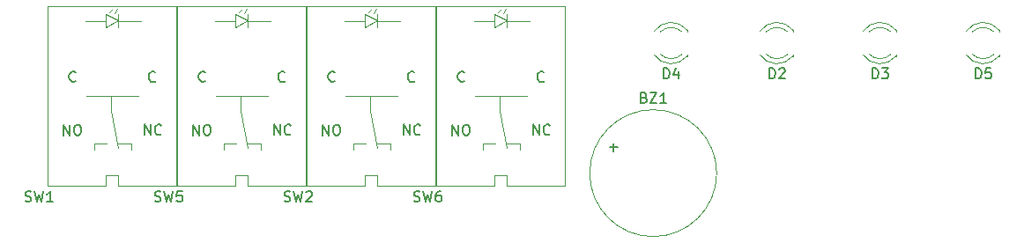
<source format=gbr>
%TF.GenerationSoftware,KiCad,Pcbnew,(5.1.10-1-10_14)*%
%TF.CreationDate,2021-10-13T21:31:21+02:00*%
%TF.ProjectId,MiliOhmMeter,4d696c69-4f68-46d4-9d65-7465722e6b69,rev?*%
%TF.SameCoordinates,Original*%
%TF.FileFunction,Legend,Top*%
%TF.FilePolarity,Positive*%
%FSLAX46Y46*%
G04 Gerber Fmt 4.6, Leading zero omitted, Abs format (unit mm)*
G04 Created by KiCad (PCBNEW (5.1.10-1-10_14)) date 2021-10-13 21:31:21*
%MOMM*%
%LPD*%
G01*
G04 APERTURE LIST*
%ADD10C,0.120000*%
%ADD11C,0.150000*%
G04 APERTURE END LIST*
D10*
%TO.C,SW6*%
X117021000Y-93740000D02*
X111481000Y-93740000D01*
X111481000Y-92760000D02*
X111481000Y-93740000D01*
X110261000Y-92760000D02*
X111481000Y-92760000D01*
X110261000Y-93740000D02*
X110261000Y-92760000D01*
X111101000Y-77100000D02*
X111381000Y-76720000D01*
X110641000Y-77030000D02*
X110921000Y-76690000D01*
X109161000Y-89680000D02*
X109161000Y-90240000D01*
X109161000Y-89680000D02*
X110381000Y-89680000D01*
X112691000Y-89680000D02*
X112691000Y-90240000D01*
X111471000Y-89680000D02*
X112691000Y-89680000D01*
X110811000Y-86570000D02*
X111451000Y-90060000D01*
X110811000Y-85160000D02*
X110811000Y-86570000D01*
X108381000Y-85130000D02*
X113411000Y-85130000D01*
X110221000Y-77870000D02*
X108351000Y-77870000D01*
X111521000Y-77870000D02*
X113621000Y-77870000D01*
X111471000Y-77210000D02*
X111471000Y-78500000D01*
X111421000Y-77800000D02*
X110251000Y-77250000D01*
X110241000Y-78480000D02*
X111421000Y-77800000D01*
X110241000Y-77250000D02*
X110241000Y-78480000D01*
X117021000Y-76440000D02*
X104721000Y-76440000D01*
X117021000Y-76440000D02*
X117021000Y-93740000D01*
X104721000Y-76440000D02*
X104721000Y-93740000D01*
X110261000Y-93740000D02*
X104721000Y-93740000D01*
%TO.C,SW5*%
X92129000Y-93740000D02*
X86589000Y-93740000D01*
X86589000Y-92760000D02*
X86589000Y-93740000D01*
X85369000Y-92760000D02*
X86589000Y-92760000D01*
X85369000Y-93740000D02*
X85369000Y-92760000D01*
X86209000Y-77100000D02*
X86489000Y-76720000D01*
X85749000Y-77030000D02*
X86029000Y-76690000D01*
X84269000Y-89680000D02*
X84269000Y-90240000D01*
X84269000Y-89680000D02*
X85489000Y-89680000D01*
X87799000Y-89680000D02*
X87799000Y-90240000D01*
X86579000Y-89680000D02*
X87799000Y-89680000D01*
X85919000Y-86570000D02*
X86559000Y-90060000D01*
X85919000Y-85160000D02*
X85919000Y-86570000D01*
X83489000Y-85130000D02*
X88519000Y-85130000D01*
X85329000Y-77870000D02*
X83459000Y-77870000D01*
X86629000Y-77870000D02*
X88729000Y-77870000D01*
X86579000Y-77210000D02*
X86579000Y-78500000D01*
X86529000Y-77800000D02*
X85359000Y-77250000D01*
X85349000Y-78480000D02*
X86529000Y-77800000D01*
X85349000Y-77250000D02*
X85349000Y-78480000D01*
X92129000Y-76440000D02*
X79829000Y-76440000D01*
X92129000Y-76440000D02*
X92129000Y-93740000D01*
X79829000Y-76440000D02*
X79829000Y-93740000D01*
X85369000Y-93740000D02*
X79829000Y-93740000D01*
%TO.C,SW2*%
X104575000Y-93740000D02*
X99035000Y-93740000D01*
X99035000Y-92760000D02*
X99035000Y-93740000D01*
X97815000Y-92760000D02*
X99035000Y-92760000D01*
X97815000Y-93740000D02*
X97815000Y-92760000D01*
X98655000Y-77100000D02*
X98935000Y-76720000D01*
X98195000Y-77030000D02*
X98475000Y-76690000D01*
X96715000Y-89680000D02*
X96715000Y-90240000D01*
X96715000Y-89680000D02*
X97935000Y-89680000D01*
X100245000Y-89680000D02*
X100245000Y-90240000D01*
X99025000Y-89680000D02*
X100245000Y-89680000D01*
X98365000Y-86570000D02*
X99005000Y-90060000D01*
X98365000Y-85160000D02*
X98365000Y-86570000D01*
X95935000Y-85130000D02*
X100965000Y-85130000D01*
X97775000Y-77870000D02*
X95905000Y-77870000D01*
X99075000Y-77870000D02*
X101175000Y-77870000D01*
X99025000Y-77210000D02*
X99025000Y-78500000D01*
X98975000Y-77800000D02*
X97805000Y-77250000D01*
X97795000Y-78480000D02*
X98975000Y-77800000D01*
X97795000Y-77250000D02*
X97795000Y-78480000D01*
X104575000Y-76440000D02*
X92275000Y-76440000D01*
X104575000Y-76440000D02*
X104575000Y-93740000D01*
X92275000Y-76440000D02*
X92275000Y-93740000D01*
X97815000Y-93740000D02*
X92275000Y-93740000D01*
%TO.C,SW1*%
X79683000Y-93740000D02*
X74143000Y-93740000D01*
X74143000Y-92760000D02*
X74143000Y-93740000D01*
X72923000Y-92760000D02*
X74143000Y-92760000D01*
X72923000Y-93740000D02*
X72923000Y-92760000D01*
X73763000Y-77100000D02*
X74043000Y-76720000D01*
X73303000Y-77030000D02*
X73583000Y-76690000D01*
X71823000Y-89680000D02*
X71823000Y-90240000D01*
X71823000Y-89680000D02*
X73043000Y-89680000D01*
X75353000Y-89680000D02*
X75353000Y-90240000D01*
X74133000Y-89680000D02*
X75353000Y-89680000D01*
X73473000Y-86570000D02*
X74113000Y-90060000D01*
X73473000Y-85160000D02*
X73473000Y-86570000D01*
X71043000Y-85130000D02*
X76073000Y-85130000D01*
X72883000Y-77870000D02*
X71013000Y-77870000D01*
X74183000Y-77870000D02*
X76283000Y-77870000D01*
X74133000Y-77210000D02*
X74133000Y-78500000D01*
X74083000Y-77800000D02*
X72913000Y-77250000D01*
X72903000Y-78480000D02*
X74083000Y-77800000D01*
X72903000Y-77250000D02*
X72903000Y-78480000D01*
X79683000Y-76440000D02*
X67383000Y-76440000D01*
X79683000Y-76440000D02*
X79683000Y-93740000D01*
X67383000Y-76440000D02*
X67383000Y-93740000D01*
X72923000Y-93740000D02*
X67383000Y-93740000D01*
%TO.C,D5*%
X158786000Y-81246000D02*
X158786000Y-81090000D01*
X158786000Y-78930000D02*
X158786000Y-78774000D01*
X156184870Y-78930163D02*
G75*
G02*
X158266961Y-78930000I1041130J-1079837D01*
G01*
X156184870Y-81089837D02*
G75*
G03*
X158266961Y-81090000I1041130J1079837D01*
G01*
X155553665Y-78931392D02*
G75*
G02*
X158786000Y-78774484I1672335J-1078608D01*
G01*
X155553665Y-81088608D02*
G75*
G03*
X158786000Y-81245516I1672335J1078608D01*
G01*
%TO.C,D4*%
X128814000Y-81246000D02*
X128814000Y-81090000D01*
X128814000Y-78930000D02*
X128814000Y-78774000D01*
X126212870Y-78930163D02*
G75*
G02*
X128294961Y-78930000I1041130J-1079837D01*
G01*
X126212870Y-81089837D02*
G75*
G03*
X128294961Y-81090000I1041130J1079837D01*
G01*
X125581665Y-78931392D02*
G75*
G02*
X128814000Y-78774484I1672335J-1078608D01*
G01*
X125581665Y-81088608D02*
G75*
G03*
X128814000Y-81245516I1672335J1078608D01*
G01*
%TO.C,D3*%
X148880000Y-81246000D02*
X148880000Y-81090000D01*
X148880000Y-78930000D02*
X148880000Y-78774000D01*
X146278870Y-78930163D02*
G75*
G02*
X148360961Y-78930000I1041130J-1079837D01*
G01*
X146278870Y-81089837D02*
G75*
G03*
X148360961Y-81090000I1041130J1079837D01*
G01*
X145647665Y-78931392D02*
G75*
G02*
X148880000Y-78774484I1672335J-1078608D01*
G01*
X145647665Y-81088608D02*
G75*
G03*
X148880000Y-81245516I1672335J1078608D01*
G01*
%TO.C,D2*%
X138974000Y-81246000D02*
X138974000Y-81090000D01*
X138974000Y-78930000D02*
X138974000Y-78774000D01*
X136372870Y-78930163D02*
G75*
G02*
X138454961Y-78930000I1041130J-1079837D01*
G01*
X136372870Y-81089837D02*
G75*
G03*
X138454961Y-81090000I1041130J1079837D01*
G01*
X135741665Y-78931392D02*
G75*
G02*
X138974000Y-78774484I1672335J-1078608D01*
G01*
X135741665Y-81088608D02*
G75*
G03*
X138974000Y-81245516I1672335J1078608D01*
G01*
%TO.C,BZ1*%
X131629500Y-92519500D02*
G75*
G03*
X131629500Y-92519500I-6100000J0D01*
G01*
%TO.C,SW6*%
D11*
X102527666Y-95214761D02*
X102670523Y-95262380D01*
X102908619Y-95262380D01*
X103003857Y-95214761D01*
X103051476Y-95167142D01*
X103099095Y-95071904D01*
X103099095Y-94976666D01*
X103051476Y-94881428D01*
X103003857Y-94833809D01*
X102908619Y-94786190D01*
X102718142Y-94738571D01*
X102622904Y-94690952D01*
X102575285Y-94643333D01*
X102527666Y-94548095D01*
X102527666Y-94452857D01*
X102575285Y-94357619D01*
X102622904Y-94310000D01*
X102718142Y-94262380D01*
X102956238Y-94262380D01*
X103099095Y-94310000D01*
X103432428Y-94262380D02*
X103670523Y-95262380D01*
X103861000Y-94548095D01*
X104051476Y-95262380D01*
X104289571Y-94262380D01*
X105099095Y-94262380D02*
X104908619Y-94262380D01*
X104813380Y-94310000D01*
X104765761Y-94357619D01*
X104670523Y-94500476D01*
X104622904Y-94690952D01*
X104622904Y-95071904D01*
X104670523Y-95167142D01*
X104718142Y-95214761D01*
X104813380Y-95262380D01*
X105003857Y-95262380D01*
X105099095Y-95214761D01*
X105146714Y-95167142D01*
X105194333Y-95071904D01*
X105194333Y-94833809D01*
X105146714Y-94738571D01*
X105099095Y-94690952D01*
X105003857Y-94643333D01*
X104813380Y-94643333D01*
X104718142Y-94690952D01*
X104670523Y-94738571D01*
X104622904Y-94833809D01*
X113985285Y-88842380D02*
X113985285Y-87842380D01*
X114556714Y-88842380D01*
X114556714Y-87842380D01*
X115604333Y-88747142D02*
X115556714Y-88794761D01*
X115413857Y-88842380D01*
X115318619Y-88842380D01*
X115175761Y-88794761D01*
X115080523Y-88699523D01*
X115032904Y-88604285D01*
X114985285Y-88413809D01*
X114985285Y-88270952D01*
X115032904Y-88080476D01*
X115080523Y-87985238D01*
X115175761Y-87890000D01*
X115318619Y-87842380D01*
X115413857Y-87842380D01*
X115556714Y-87890000D01*
X115604333Y-87937619D01*
X106221476Y-88872380D02*
X106221476Y-87872380D01*
X106792904Y-88872380D01*
X106792904Y-87872380D01*
X107459571Y-87872380D02*
X107650047Y-87872380D01*
X107745285Y-87920000D01*
X107840523Y-88015238D01*
X107888142Y-88205714D01*
X107888142Y-88539047D01*
X107840523Y-88729523D01*
X107745285Y-88824761D01*
X107650047Y-88872380D01*
X107459571Y-88872380D01*
X107364333Y-88824761D01*
X107269095Y-88729523D01*
X107221476Y-88539047D01*
X107221476Y-88205714D01*
X107269095Y-88015238D01*
X107364333Y-87920000D01*
X107459571Y-87872380D01*
X107370523Y-83627142D02*
X107322904Y-83674761D01*
X107180047Y-83722380D01*
X107084809Y-83722380D01*
X106941952Y-83674761D01*
X106846714Y-83579523D01*
X106799095Y-83484285D01*
X106751476Y-83293809D01*
X106751476Y-83150952D01*
X106799095Y-82960476D01*
X106846714Y-82865238D01*
X106941952Y-82770000D01*
X107084809Y-82722380D01*
X107180047Y-82722380D01*
X107322904Y-82770000D01*
X107370523Y-82817619D01*
X115020523Y-83657142D02*
X114972904Y-83704761D01*
X114830047Y-83752380D01*
X114734809Y-83752380D01*
X114591952Y-83704761D01*
X114496714Y-83609523D01*
X114449095Y-83514285D01*
X114401476Y-83323809D01*
X114401476Y-83180952D01*
X114449095Y-82990476D01*
X114496714Y-82895238D01*
X114591952Y-82800000D01*
X114734809Y-82752380D01*
X114830047Y-82752380D01*
X114972904Y-82800000D01*
X115020523Y-82847619D01*
%TO.C,SW5*%
X77635666Y-95214761D02*
X77778523Y-95262380D01*
X78016619Y-95262380D01*
X78111857Y-95214761D01*
X78159476Y-95167142D01*
X78207095Y-95071904D01*
X78207095Y-94976666D01*
X78159476Y-94881428D01*
X78111857Y-94833809D01*
X78016619Y-94786190D01*
X77826142Y-94738571D01*
X77730904Y-94690952D01*
X77683285Y-94643333D01*
X77635666Y-94548095D01*
X77635666Y-94452857D01*
X77683285Y-94357619D01*
X77730904Y-94310000D01*
X77826142Y-94262380D01*
X78064238Y-94262380D01*
X78207095Y-94310000D01*
X78540428Y-94262380D02*
X78778523Y-95262380D01*
X78969000Y-94548095D01*
X79159476Y-95262380D01*
X79397571Y-94262380D01*
X80254714Y-94262380D02*
X79778523Y-94262380D01*
X79730904Y-94738571D01*
X79778523Y-94690952D01*
X79873761Y-94643333D01*
X80111857Y-94643333D01*
X80207095Y-94690952D01*
X80254714Y-94738571D01*
X80302333Y-94833809D01*
X80302333Y-95071904D01*
X80254714Y-95167142D01*
X80207095Y-95214761D01*
X80111857Y-95262380D01*
X79873761Y-95262380D01*
X79778523Y-95214761D01*
X79730904Y-95167142D01*
X89093285Y-88842380D02*
X89093285Y-87842380D01*
X89664714Y-88842380D01*
X89664714Y-87842380D01*
X90712333Y-88747142D02*
X90664714Y-88794761D01*
X90521857Y-88842380D01*
X90426619Y-88842380D01*
X90283761Y-88794761D01*
X90188523Y-88699523D01*
X90140904Y-88604285D01*
X90093285Y-88413809D01*
X90093285Y-88270952D01*
X90140904Y-88080476D01*
X90188523Y-87985238D01*
X90283761Y-87890000D01*
X90426619Y-87842380D01*
X90521857Y-87842380D01*
X90664714Y-87890000D01*
X90712333Y-87937619D01*
X81329476Y-88872380D02*
X81329476Y-87872380D01*
X81900904Y-88872380D01*
X81900904Y-87872380D01*
X82567571Y-87872380D02*
X82758047Y-87872380D01*
X82853285Y-87920000D01*
X82948523Y-88015238D01*
X82996142Y-88205714D01*
X82996142Y-88539047D01*
X82948523Y-88729523D01*
X82853285Y-88824761D01*
X82758047Y-88872380D01*
X82567571Y-88872380D01*
X82472333Y-88824761D01*
X82377095Y-88729523D01*
X82329476Y-88539047D01*
X82329476Y-88205714D01*
X82377095Y-88015238D01*
X82472333Y-87920000D01*
X82567571Y-87872380D01*
X82478523Y-83627142D02*
X82430904Y-83674761D01*
X82288047Y-83722380D01*
X82192809Y-83722380D01*
X82049952Y-83674761D01*
X81954714Y-83579523D01*
X81907095Y-83484285D01*
X81859476Y-83293809D01*
X81859476Y-83150952D01*
X81907095Y-82960476D01*
X81954714Y-82865238D01*
X82049952Y-82770000D01*
X82192809Y-82722380D01*
X82288047Y-82722380D01*
X82430904Y-82770000D01*
X82478523Y-82817619D01*
X90128523Y-83657142D02*
X90080904Y-83704761D01*
X89938047Y-83752380D01*
X89842809Y-83752380D01*
X89699952Y-83704761D01*
X89604714Y-83609523D01*
X89557095Y-83514285D01*
X89509476Y-83323809D01*
X89509476Y-83180952D01*
X89557095Y-82990476D01*
X89604714Y-82895238D01*
X89699952Y-82800000D01*
X89842809Y-82752380D01*
X89938047Y-82752380D01*
X90080904Y-82800000D01*
X90128523Y-82847619D01*
%TO.C,SW2*%
X90081666Y-95214761D02*
X90224523Y-95262380D01*
X90462619Y-95262380D01*
X90557857Y-95214761D01*
X90605476Y-95167142D01*
X90653095Y-95071904D01*
X90653095Y-94976666D01*
X90605476Y-94881428D01*
X90557857Y-94833809D01*
X90462619Y-94786190D01*
X90272142Y-94738571D01*
X90176904Y-94690952D01*
X90129285Y-94643333D01*
X90081666Y-94548095D01*
X90081666Y-94452857D01*
X90129285Y-94357619D01*
X90176904Y-94310000D01*
X90272142Y-94262380D01*
X90510238Y-94262380D01*
X90653095Y-94310000D01*
X90986428Y-94262380D02*
X91224523Y-95262380D01*
X91415000Y-94548095D01*
X91605476Y-95262380D01*
X91843571Y-94262380D01*
X92176904Y-94357619D02*
X92224523Y-94310000D01*
X92319761Y-94262380D01*
X92557857Y-94262380D01*
X92653095Y-94310000D01*
X92700714Y-94357619D01*
X92748333Y-94452857D01*
X92748333Y-94548095D01*
X92700714Y-94690952D01*
X92129285Y-95262380D01*
X92748333Y-95262380D01*
X101539285Y-88842380D02*
X101539285Y-87842380D01*
X102110714Y-88842380D01*
X102110714Y-87842380D01*
X103158333Y-88747142D02*
X103110714Y-88794761D01*
X102967857Y-88842380D01*
X102872619Y-88842380D01*
X102729761Y-88794761D01*
X102634523Y-88699523D01*
X102586904Y-88604285D01*
X102539285Y-88413809D01*
X102539285Y-88270952D01*
X102586904Y-88080476D01*
X102634523Y-87985238D01*
X102729761Y-87890000D01*
X102872619Y-87842380D01*
X102967857Y-87842380D01*
X103110714Y-87890000D01*
X103158333Y-87937619D01*
X93775476Y-88872380D02*
X93775476Y-87872380D01*
X94346904Y-88872380D01*
X94346904Y-87872380D01*
X95013571Y-87872380D02*
X95204047Y-87872380D01*
X95299285Y-87920000D01*
X95394523Y-88015238D01*
X95442142Y-88205714D01*
X95442142Y-88539047D01*
X95394523Y-88729523D01*
X95299285Y-88824761D01*
X95204047Y-88872380D01*
X95013571Y-88872380D01*
X94918333Y-88824761D01*
X94823095Y-88729523D01*
X94775476Y-88539047D01*
X94775476Y-88205714D01*
X94823095Y-88015238D01*
X94918333Y-87920000D01*
X95013571Y-87872380D01*
X94924523Y-83627142D02*
X94876904Y-83674761D01*
X94734047Y-83722380D01*
X94638809Y-83722380D01*
X94495952Y-83674761D01*
X94400714Y-83579523D01*
X94353095Y-83484285D01*
X94305476Y-83293809D01*
X94305476Y-83150952D01*
X94353095Y-82960476D01*
X94400714Y-82865238D01*
X94495952Y-82770000D01*
X94638809Y-82722380D01*
X94734047Y-82722380D01*
X94876904Y-82770000D01*
X94924523Y-82817619D01*
X102574523Y-83657142D02*
X102526904Y-83704761D01*
X102384047Y-83752380D01*
X102288809Y-83752380D01*
X102145952Y-83704761D01*
X102050714Y-83609523D01*
X102003095Y-83514285D01*
X101955476Y-83323809D01*
X101955476Y-83180952D01*
X102003095Y-82990476D01*
X102050714Y-82895238D01*
X102145952Y-82800000D01*
X102288809Y-82752380D01*
X102384047Y-82752380D01*
X102526904Y-82800000D01*
X102574523Y-82847619D01*
%TO.C,SW1*%
X65189666Y-95214761D02*
X65332523Y-95262380D01*
X65570619Y-95262380D01*
X65665857Y-95214761D01*
X65713476Y-95167142D01*
X65761095Y-95071904D01*
X65761095Y-94976666D01*
X65713476Y-94881428D01*
X65665857Y-94833809D01*
X65570619Y-94786190D01*
X65380142Y-94738571D01*
X65284904Y-94690952D01*
X65237285Y-94643333D01*
X65189666Y-94548095D01*
X65189666Y-94452857D01*
X65237285Y-94357619D01*
X65284904Y-94310000D01*
X65380142Y-94262380D01*
X65618238Y-94262380D01*
X65761095Y-94310000D01*
X66094428Y-94262380D02*
X66332523Y-95262380D01*
X66523000Y-94548095D01*
X66713476Y-95262380D01*
X66951571Y-94262380D01*
X67856333Y-95262380D02*
X67284904Y-95262380D01*
X67570619Y-95262380D02*
X67570619Y-94262380D01*
X67475380Y-94405238D01*
X67380142Y-94500476D01*
X67284904Y-94548095D01*
X76647285Y-88842380D02*
X76647285Y-87842380D01*
X77218714Y-88842380D01*
X77218714Y-87842380D01*
X78266333Y-88747142D02*
X78218714Y-88794761D01*
X78075857Y-88842380D01*
X77980619Y-88842380D01*
X77837761Y-88794761D01*
X77742523Y-88699523D01*
X77694904Y-88604285D01*
X77647285Y-88413809D01*
X77647285Y-88270952D01*
X77694904Y-88080476D01*
X77742523Y-87985238D01*
X77837761Y-87890000D01*
X77980619Y-87842380D01*
X78075857Y-87842380D01*
X78218714Y-87890000D01*
X78266333Y-87937619D01*
X68883476Y-88872380D02*
X68883476Y-87872380D01*
X69454904Y-88872380D01*
X69454904Y-87872380D01*
X70121571Y-87872380D02*
X70312047Y-87872380D01*
X70407285Y-87920000D01*
X70502523Y-88015238D01*
X70550142Y-88205714D01*
X70550142Y-88539047D01*
X70502523Y-88729523D01*
X70407285Y-88824761D01*
X70312047Y-88872380D01*
X70121571Y-88872380D01*
X70026333Y-88824761D01*
X69931095Y-88729523D01*
X69883476Y-88539047D01*
X69883476Y-88205714D01*
X69931095Y-88015238D01*
X70026333Y-87920000D01*
X70121571Y-87872380D01*
X70032523Y-83627142D02*
X69984904Y-83674761D01*
X69842047Y-83722380D01*
X69746809Y-83722380D01*
X69603952Y-83674761D01*
X69508714Y-83579523D01*
X69461095Y-83484285D01*
X69413476Y-83293809D01*
X69413476Y-83150952D01*
X69461095Y-82960476D01*
X69508714Y-82865238D01*
X69603952Y-82770000D01*
X69746809Y-82722380D01*
X69842047Y-82722380D01*
X69984904Y-82770000D01*
X70032523Y-82817619D01*
X77682523Y-83657142D02*
X77634904Y-83704761D01*
X77492047Y-83752380D01*
X77396809Y-83752380D01*
X77253952Y-83704761D01*
X77158714Y-83609523D01*
X77111095Y-83514285D01*
X77063476Y-83323809D01*
X77063476Y-83180952D01*
X77111095Y-82990476D01*
X77158714Y-82895238D01*
X77253952Y-82800000D01*
X77396809Y-82752380D01*
X77492047Y-82752380D01*
X77634904Y-82800000D01*
X77682523Y-82847619D01*
%TO.C,D5*%
X156487904Y-83422380D02*
X156487904Y-82422380D01*
X156726000Y-82422380D01*
X156868857Y-82470000D01*
X156964095Y-82565238D01*
X157011714Y-82660476D01*
X157059333Y-82850952D01*
X157059333Y-82993809D01*
X157011714Y-83184285D01*
X156964095Y-83279523D01*
X156868857Y-83374761D01*
X156726000Y-83422380D01*
X156487904Y-83422380D01*
X157964095Y-82422380D02*
X157487904Y-82422380D01*
X157440285Y-82898571D01*
X157487904Y-82850952D01*
X157583142Y-82803333D01*
X157821238Y-82803333D01*
X157916476Y-82850952D01*
X157964095Y-82898571D01*
X158011714Y-82993809D01*
X158011714Y-83231904D01*
X157964095Y-83327142D01*
X157916476Y-83374761D01*
X157821238Y-83422380D01*
X157583142Y-83422380D01*
X157487904Y-83374761D01*
X157440285Y-83327142D01*
%TO.C,D4*%
X126515904Y-83422380D02*
X126515904Y-82422380D01*
X126754000Y-82422380D01*
X126896857Y-82470000D01*
X126992095Y-82565238D01*
X127039714Y-82660476D01*
X127087333Y-82850952D01*
X127087333Y-82993809D01*
X127039714Y-83184285D01*
X126992095Y-83279523D01*
X126896857Y-83374761D01*
X126754000Y-83422380D01*
X126515904Y-83422380D01*
X127944476Y-82755714D02*
X127944476Y-83422380D01*
X127706380Y-82374761D02*
X127468285Y-83089047D01*
X128087333Y-83089047D01*
%TO.C,D3*%
X146581904Y-83422380D02*
X146581904Y-82422380D01*
X146820000Y-82422380D01*
X146962857Y-82470000D01*
X147058095Y-82565238D01*
X147105714Y-82660476D01*
X147153333Y-82850952D01*
X147153333Y-82993809D01*
X147105714Y-83184285D01*
X147058095Y-83279523D01*
X146962857Y-83374761D01*
X146820000Y-83422380D01*
X146581904Y-83422380D01*
X147486666Y-82422380D02*
X148105714Y-82422380D01*
X147772380Y-82803333D01*
X147915238Y-82803333D01*
X148010476Y-82850952D01*
X148058095Y-82898571D01*
X148105714Y-82993809D01*
X148105714Y-83231904D01*
X148058095Y-83327142D01*
X148010476Y-83374761D01*
X147915238Y-83422380D01*
X147629523Y-83422380D01*
X147534285Y-83374761D01*
X147486666Y-83327142D01*
%TO.C,D2*%
X136675904Y-83422380D02*
X136675904Y-82422380D01*
X136914000Y-82422380D01*
X137056857Y-82470000D01*
X137152095Y-82565238D01*
X137199714Y-82660476D01*
X137247333Y-82850952D01*
X137247333Y-82993809D01*
X137199714Y-83184285D01*
X137152095Y-83279523D01*
X137056857Y-83374761D01*
X136914000Y-83422380D01*
X136675904Y-83422380D01*
X137628285Y-82517619D02*
X137675904Y-82470000D01*
X137771142Y-82422380D01*
X138009238Y-82422380D01*
X138104476Y-82470000D01*
X138152095Y-82517619D01*
X138199714Y-82612857D01*
X138199714Y-82708095D01*
X138152095Y-82850952D01*
X137580666Y-83422380D01*
X138199714Y-83422380D01*
%TO.C,BZ1*%
X124648547Y-85248071D02*
X124791404Y-85295690D01*
X124839023Y-85343309D01*
X124886642Y-85438547D01*
X124886642Y-85581404D01*
X124839023Y-85676642D01*
X124791404Y-85724261D01*
X124696166Y-85771880D01*
X124315214Y-85771880D01*
X124315214Y-84771880D01*
X124648547Y-84771880D01*
X124743785Y-84819500D01*
X124791404Y-84867119D01*
X124839023Y-84962357D01*
X124839023Y-85057595D01*
X124791404Y-85152833D01*
X124743785Y-85200452D01*
X124648547Y-85248071D01*
X124315214Y-85248071D01*
X125219976Y-84771880D02*
X125886642Y-84771880D01*
X125219976Y-85771880D01*
X125886642Y-85771880D01*
X126791404Y-85771880D02*
X126219976Y-85771880D01*
X126505690Y-85771880D02*
X126505690Y-84771880D01*
X126410452Y-84914738D01*
X126315214Y-85009976D01*
X126219976Y-85057595D01*
X121338547Y-90050928D02*
X122100452Y-90050928D01*
X121719500Y-90431880D02*
X121719500Y-89669976D01*
%TD*%
M02*

</source>
